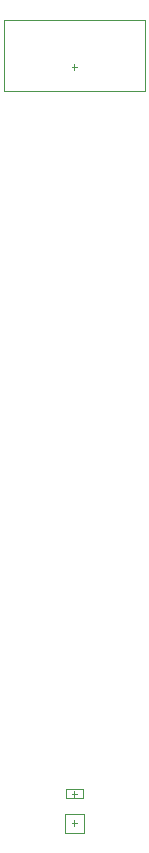
<source format=gbr>
%TF.GenerationSoftware,Altium Limited,Altium Designer,23.3.1 (30)*%
G04 Layer_Color=16711935*
%FSLAX26Y26*%
%MOIN*%
%TF.SameCoordinates,8EB50123-24BD-4293-BAC2-458A60E0733E*%
%TF.FilePolarity,Positive*%
%TF.FileFunction,Other,Top_Courtyard*%
%TF.Part,Single*%
G01*
G75*
%TA.AperFunction,NonConductor*%
%ADD28C,0.000394*%
%ADD29C,0.000787*%
D28*
X-31496Y-31496D02*
Y31496D01*
Y-31496D02*
X31496D01*
X-31496Y31496D02*
X31496D01*
Y-31496D02*
Y31496D01*
X0Y-9842D02*
Y9842D01*
X-9842Y0D02*
X9842D01*
X-236220Y2440945D02*
X236220D01*
X-236220D02*
Y2677165D01*
X236220D01*
Y2440945D02*
Y2677165D01*
X0Y2509843D02*
Y2529528D01*
X-9842Y2519685D02*
X9842D01*
D29*
X-29528Y83661D02*
Y113189D01*
X0Y88583D02*
Y108268D01*
X-9842Y98425D02*
X9842D01*
X-29528Y113189D02*
X29528D01*
X-29528Y83661D02*
X29528D01*
Y113189D01*
%TF.MD5,bbf15458c25d30422e85ef20549b6f9b*%
M02*

</source>
